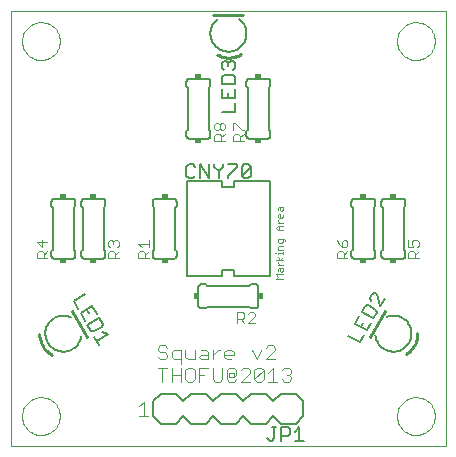
<source format=gto>
G75*
%MOIN*%
%OFA0B0*%
%FSLAX24Y24*%
%IPPOS*%
%LPD*%
%AMOC8*
5,1,8,0,0,1.08239X$1,22.5*
%
%ADD10C,0.0000*%
%ADD11C,0.0040*%
%ADD12C,0.0100*%
%ADD13C,0.0060*%
%ADD14C,0.0050*%
%ADD15R,0.0200X0.0150*%
%ADD16R,0.0150X0.0200*%
%ADD17C,0.0020*%
%ADD18C,0.0080*%
D10*
X000100Y000112D02*
X000100Y014608D01*
X000100Y014612D01*
X000100Y014608D02*
X014595Y014608D01*
X014595Y000112D01*
X000100Y000112D01*
X000470Y001112D02*
X000472Y001162D01*
X000478Y001212D01*
X000488Y001261D01*
X000502Y001309D01*
X000519Y001356D01*
X000540Y001401D01*
X000565Y001445D01*
X000593Y001486D01*
X000625Y001525D01*
X000659Y001562D01*
X000696Y001596D01*
X000736Y001626D01*
X000778Y001653D01*
X000822Y001677D01*
X000868Y001698D01*
X000915Y001714D01*
X000963Y001727D01*
X001013Y001736D01*
X001062Y001741D01*
X001113Y001742D01*
X001163Y001739D01*
X001212Y001732D01*
X001261Y001721D01*
X001309Y001706D01*
X001355Y001688D01*
X001400Y001666D01*
X001443Y001640D01*
X001484Y001611D01*
X001523Y001579D01*
X001559Y001544D01*
X001591Y001506D01*
X001621Y001466D01*
X001648Y001423D01*
X001671Y001379D01*
X001690Y001333D01*
X001706Y001285D01*
X001718Y001236D01*
X001726Y001187D01*
X001730Y001137D01*
X001730Y001087D01*
X001726Y001037D01*
X001718Y000988D01*
X001706Y000939D01*
X001690Y000891D01*
X001671Y000845D01*
X001648Y000801D01*
X001621Y000758D01*
X001591Y000718D01*
X001559Y000680D01*
X001523Y000645D01*
X001484Y000613D01*
X001443Y000584D01*
X001400Y000558D01*
X001355Y000536D01*
X001309Y000518D01*
X001261Y000503D01*
X001212Y000492D01*
X001163Y000485D01*
X001113Y000482D01*
X001062Y000483D01*
X001013Y000488D01*
X000963Y000497D01*
X000915Y000510D01*
X000868Y000526D01*
X000822Y000547D01*
X000778Y000571D01*
X000736Y000598D01*
X000696Y000628D01*
X000659Y000662D01*
X000625Y000699D01*
X000593Y000738D01*
X000565Y000779D01*
X000540Y000823D01*
X000519Y000868D01*
X000502Y000915D01*
X000488Y000963D01*
X000478Y001012D01*
X000472Y001062D01*
X000470Y001112D01*
X000470Y013612D02*
X000472Y013662D01*
X000478Y013712D01*
X000488Y013761D01*
X000502Y013809D01*
X000519Y013856D01*
X000540Y013901D01*
X000565Y013945D01*
X000593Y013986D01*
X000625Y014025D01*
X000659Y014062D01*
X000696Y014096D01*
X000736Y014126D01*
X000778Y014153D01*
X000822Y014177D01*
X000868Y014198D01*
X000915Y014214D01*
X000963Y014227D01*
X001013Y014236D01*
X001062Y014241D01*
X001113Y014242D01*
X001163Y014239D01*
X001212Y014232D01*
X001261Y014221D01*
X001309Y014206D01*
X001355Y014188D01*
X001400Y014166D01*
X001443Y014140D01*
X001484Y014111D01*
X001523Y014079D01*
X001559Y014044D01*
X001591Y014006D01*
X001621Y013966D01*
X001648Y013923D01*
X001671Y013879D01*
X001690Y013833D01*
X001706Y013785D01*
X001718Y013736D01*
X001726Y013687D01*
X001730Y013637D01*
X001730Y013587D01*
X001726Y013537D01*
X001718Y013488D01*
X001706Y013439D01*
X001690Y013391D01*
X001671Y013345D01*
X001648Y013301D01*
X001621Y013258D01*
X001591Y013218D01*
X001559Y013180D01*
X001523Y013145D01*
X001484Y013113D01*
X001443Y013084D01*
X001400Y013058D01*
X001355Y013036D01*
X001309Y013018D01*
X001261Y013003D01*
X001212Y012992D01*
X001163Y012985D01*
X001113Y012982D01*
X001062Y012983D01*
X001013Y012988D01*
X000963Y012997D01*
X000915Y013010D01*
X000868Y013026D01*
X000822Y013047D01*
X000778Y013071D01*
X000736Y013098D01*
X000696Y013128D01*
X000659Y013162D01*
X000625Y013199D01*
X000593Y013238D01*
X000565Y013279D01*
X000540Y013323D01*
X000519Y013368D01*
X000502Y013415D01*
X000488Y013463D01*
X000478Y013512D01*
X000472Y013562D01*
X000470Y013612D01*
X012970Y013612D02*
X012972Y013662D01*
X012978Y013712D01*
X012988Y013761D01*
X013002Y013809D01*
X013019Y013856D01*
X013040Y013901D01*
X013065Y013945D01*
X013093Y013986D01*
X013125Y014025D01*
X013159Y014062D01*
X013196Y014096D01*
X013236Y014126D01*
X013278Y014153D01*
X013322Y014177D01*
X013368Y014198D01*
X013415Y014214D01*
X013463Y014227D01*
X013513Y014236D01*
X013562Y014241D01*
X013613Y014242D01*
X013663Y014239D01*
X013712Y014232D01*
X013761Y014221D01*
X013809Y014206D01*
X013855Y014188D01*
X013900Y014166D01*
X013943Y014140D01*
X013984Y014111D01*
X014023Y014079D01*
X014059Y014044D01*
X014091Y014006D01*
X014121Y013966D01*
X014148Y013923D01*
X014171Y013879D01*
X014190Y013833D01*
X014206Y013785D01*
X014218Y013736D01*
X014226Y013687D01*
X014230Y013637D01*
X014230Y013587D01*
X014226Y013537D01*
X014218Y013488D01*
X014206Y013439D01*
X014190Y013391D01*
X014171Y013345D01*
X014148Y013301D01*
X014121Y013258D01*
X014091Y013218D01*
X014059Y013180D01*
X014023Y013145D01*
X013984Y013113D01*
X013943Y013084D01*
X013900Y013058D01*
X013855Y013036D01*
X013809Y013018D01*
X013761Y013003D01*
X013712Y012992D01*
X013663Y012985D01*
X013613Y012982D01*
X013562Y012983D01*
X013513Y012988D01*
X013463Y012997D01*
X013415Y013010D01*
X013368Y013026D01*
X013322Y013047D01*
X013278Y013071D01*
X013236Y013098D01*
X013196Y013128D01*
X013159Y013162D01*
X013125Y013199D01*
X013093Y013238D01*
X013065Y013279D01*
X013040Y013323D01*
X013019Y013368D01*
X013002Y013415D01*
X012988Y013463D01*
X012978Y013512D01*
X012972Y013562D01*
X012970Y013612D01*
X012970Y001112D02*
X012972Y001162D01*
X012978Y001212D01*
X012988Y001261D01*
X013002Y001309D01*
X013019Y001356D01*
X013040Y001401D01*
X013065Y001445D01*
X013093Y001486D01*
X013125Y001525D01*
X013159Y001562D01*
X013196Y001596D01*
X013236Y001626D01*
X013278Y001653D01*
X013322Y001677D01*
X013368Y001698D01*
X013415Y001714D01*
X013463Y001727D01*
X013513Y001736D01*
X013562Y001741D01*
X013613Y001742D01*
X013663Y001739D01*
X013712Y001732D01*
X013761Y001721D01*
X013809Y001706D01*
X013855Y001688D01*
X013900Y001666D01*
X013943Y001640D01*
X013984Y001611D01*
X014023Y001579D01*
X014059Y001544D01*
X014091Y001506D01*
X014121Y001466D01*
X014148Y001423D01*
X014171Y001379D01*
X014190Y001333D01*
X014206Y001285D01*
X014218Y001236D01*
X014226Y001187D01*
X014230Y001137D01*
X014230Y001087D01*
X014226Y001037D01*
X014218Y000988D01*
X014206Y000939D01*
X014190Y000891D01*
X014171Y000845D01*
X014148Y000801D01*
X014121Y000758D01*
X014091Y000718D01*
X014059Y000680D01*
X014023Y000645D01*
X013984Y000613D01*
X013943Y000584D01*
X013900Y000558D01*
X013855Y000536D01*
X013809Y000518D01*
X013761Y000503D01*
X013712Y000492D01*
X013663Y000485D01*
X013613Y000482D01*
X013562Y000483D01*
X013513Y000488D01*
X013463Y000497D01*
X013415Y000510D01*
X013368Y000526D01*
X013322Y000547D01*
X013278Y000571D01*
X013236Y000598D01*
X013196Y000628D01*
X013159Y000662D01*
X013125Y000699D01*
X013093Y000738D01*
X013065Y000779D01*
X013040Y000823D01*
X013019Y000868D01*
X013002Y000915D01*
X012988Y000963D01*
X012978Y001012D01*
X012972Y001062D01*
X012970Y001112D01*
D11*
X009445Y002333D02*
X009369Y002257D01*
X009215Y002257D01*
X009139Y002333D01*
X008985Y002257D02*
X008678Y002257D01*
X008832Y002257D02*
X008832Y002717D01*
X008678Y002564D01*
X008525Y002640D02*
X008218Y002333D01*
X008294Y002257D01*
X008448Y002257D01*
X008525Y002333D01*
X008525Y002640D01*
X008448Y002717D01*
X008294Y002717D01*
X008218Y002640D01*
X008218Y002333D01*
X008064Y002257D02*
X007757Y002257D01*
X008064Y002564D01*
X008064Y002640D01*
X007988Y002717D01*
X007834Y002717D01*
X007757Y002640D01*
X007604Y002640D02*
X007604Y002487D01*
X007527Y002410D01*
X007527Y002564D01*
X007374Y002564D01*
X007374Y002410D01*
X007527Y002410D01*
X007604Y002333D02*
X007527Y002257D01*
X007374Y002257D01*
X007297Y002333D01*
X007297Y002640D01*
X007374Y002717D01*
X007527Y002717D01*
X007604Y002640D01*
X007450Y003007D02*
X007297Y003007D01*
X007220Y003083D01*
X007220Y003237D01*
X007297Y003314D01*
X007450Y003314D01*
X007527Y003237D01*
X007527Y003160D01*
X007220Y003160D01*
X007067Y003314D02*
X006990Y003314D01*
X006837Y003160D01*
X006837Y003007D02*
X006837Y003314D01*
X006683Y003237D02*
X006683Y003007D01*
X006453Y003007D01*
X006376Y003083D01*
X006453Y003160D01*
X006683Y003160D01*
X006683Y003237D02*
X006606Y003314D01*
X006453Y003314D01*
X006223Y003314D02*
X006223Y003007D01*
X005993Y003007D01*
X005916Y003083D01*
X005916Y003314D01*
X005762Y003314D02*
X005532Y003314D01*
X005455Y003237D01*
X005455Y003083D01*
X005532Y003007D01*
X005762Y003007D01*
X005762Y002853D02*
X005762Y003314D01*
X005302Y003390D02*
X005225Y003467D01*
X005072Y003467D01*
X004995Y003390D01*
X004995Y003314D01*
X005072Y003237D01*
X005225Y003237D01*
X005302Y003160D01*
X005302Y003083D01*
X005225Y003007D01*
X005072Y003007D01*
X004995Y003083D01*
X004995Y002717D02*
X005302Y002717D01*
X005455Y002717D02*
X005455Y002257D01*
X005455Y002487D02*
X005762Y002487D01*
X005916Y002640D02*
X005916Y002333D01*
X005993Y002257D01*
X006146Y002257D01*
X006223Y002333D01*
X006223Y002640D01*
X006146Y002717D01*
X005993Y002717D01*
X005916Y002640D01*
X005762Y002717D02*
X005762Y002257D01*
X005148Y002257D02*
X005148Y002717D01*
X006376Y002717D02*
X006376Y002257D01*
X006376Y002487D02*
X006530Y002487D01*
X006376Y002717D02*
X006683Y002717D01*
X006837Y002717D02*
X006837Y002333D01*
X006913Y002257D01*
X007067Y002257D01*
X007143Y002333D01*
X007143Y002717D01*
X008141Y003314D02*
X008294Y003007D01*
X008448Y003314D01*
X008601Y003390D02*
X008678Y003467D01*
X008832Y003467D01*
X008908Y003390D01*
X008908Y003314D01*
X008601Y003007D01*
X008908Y003007D01*
X009215Y002717D02*
X009369Y002717D01*
X009445Y002640D01*
X009445Y002564D01*
X009369Y002487D01*
X009445Y002410D01*
X009445Y002333D01*
X009369Y002487D02*
X009292Y002487D01*
X009139Y002640D02*
X009215Y002717D01*
X008244Y004232D02*
X008011Y004232D01*
X008244Y004465D01*
X008244Y004524D01*
X008186Y004582D01*
X008069Y004582D01*
X008011Y004524D01*
X007885Y004524D02*
X007885Y004407D01*
X007827Y004348D01*
X007652Y004348D01*
X007652Y004232D02*
X007652Y004582D01*
X007827Y004582D01*
X007885Y004524D01*
X007769Y004348D02*
X007885Y004232D01*
X010970Y006382D02*
X010970Y006557D01*
X011028Y006615D01*
X011145Y006615D01*
X011203Y006557D01*
X011203Y006382D01*
X011203Y006498D02*
X011320Y006615D01*
X011262Y006741D02*
X011320Y006799D01*
X011320Y006916D01*
X011262Y006974D01*
X011203Y006974D01*
X011145Y006916D01*
X011145Y006741D01*
X011262Y006741D01*
X011145Y006741D02*
X011028Y006858D01*
X010970Y006974D01*
X010970Y006382D02*
X011320Y006382D01*
X013345Y006382D02*
X013345Y006557D01*
X013403Y006615D01*
X013520Y006615D01*
X013578Y006557D01*
X013578Y006382D01*
X013578Y006498D02*
X013695Y006615D01*
X013637Y006741D02*
X013695Y006799D01*
X013695Y006916D01*
X013637Y006974D01*
X013520Y006974D01*
X013461Y006916D01*
X013461Y006858D01*
X013520Y006741D01*
X013345Y006741D01*
X013345Y006974D01*
X013345Y006382D02*
X013695Y006382D01*
X007855Y010288D02*
X007505Y010288D01*
X007505Y010464D01*
X007563Y010522D01*
X007680Y010522D01*
X007738Y010464D01*
X007738Y010288D01*
X007738Y010405D02*
X007855Y010522D01*
X007855Y010648D02*
X007797Y010648D01*
X007563Y010881D01*
X007505Y010881D01*
X007505Y010648D01*
X007230Y010706D02*
X007172Y010648D01*
X007113Y010648D01*
X007055Y010706D01*
X007055Y010823D01*
X007113Y010881D01*
X007172Y010881D01*
X007230Y010823D01*
X007230Y010706D01*
X007055Y010706D02*
X006996Y010648D01*
X006938Y010648D01*
X006880Y010706D01*
X006880Y010823D01*
X006938Y010881D01*
X006996Y010881D01*
X007055Y010823D01*
X007055Y010522D02*
X006938Y010522D01*
X006880Y010464D01*
X006880Y010288D01*
X007230Y010288D01*
X007113Y010288D02*
X007113Y010464D01*
X007055Y010522D01*
X007113Y010405D02*
X007230Y010522D01*
X004695Y006974D02*
X004695Y006741D01*
X004695Y006858D02*
X004345Y006858D01*
X004461Y006741D01*
X004403Y006615D02*
X004520Y006615D01*
X004578Y006557D01*
X004578Y006382D01*
X004578Y006498D02*
X004695Y006615D01*
X004695Y006382D02*
X004345Y006382D01*
X004345Y006557D01*
X004403Y006615D01*
X003695Y006615D02*
X003578Y006498D01*
X003578Y006557D02*
X003578Y006382D01*
X003695Y006382D02*
X003345Y006382D01*
X003345Y006557D01*
X003403Y006615D01*
X003520Y006615D01*
X003578Y006557D01*
X003637Y006741D02*
X003695Y006799D01*
X003695Y006916D01*
X003637Y006974D01*
X003578Y006974D01*
X003520Y006916D01*
X003520Y006858D01*
X003520Y006916D02*
X003461Y006974D01*
X003403Y006974D01*
X003345Y006916D01*
X003345Y006799D01*
X003403Y006741D01*
X001320Y006615D02*
X001203Y006498D01*
X001203Y006557D02*
X001203Y006382D01*
X001320Y006382D02*
X000970Y006382D01*
X000970Y006557D01*
X001028Y006615D01*
X001145Y006615D01*
X001203Y006557D01*
X001145Y006741D02*
X001145Y006974D01*
X001320Y006916D02*
X000970Y006916D01*
X001145Y006741D01*
X004523Y001592D02*
X004523Y001132D01*
X004370Y001132D02*
X004677Y001132D01*
X004370Y001439D02*
X004523Y001592D01*
D12*
X002637Y003739D02*
X002137Y004605D01*
X001050Y003838D02*
X001054Y003782D01*
X001062Y003726D01*
X001073Y003671D01*
X001089Y003617D01*
X001108Y003563D01*
X001131Y003512D01*
X001157Y003462D01*
X001186Y003415D01*
X001219Y003371D01*
X001254Y003328D01*
X001292Y003288D01*
X001333Y003251D01*
X001376Y003217D01*
X001422Y003186D01*
X001470Y003158D01*
X012063Y003739D02*
X012563Y004605D01*
X013543Y003462D02*
X013513Y003414D01*
X013480Y003369D01*
X013443Y003325D01*
X013404Y003285D01*
X013362Y003247D01*
X013317Y003213D01*
X013270Y003181D01*
X013543Y003462D02*
X013569Y003511D01*
X013591Y003561D01*
X013610Y003613D01*
X013626Y003666D01*
X013637Y003720D01*
X013645Y003774D01*
X013649Y003829D01*
X013650Y003884D01*
X007769Y013181D02*
X007721Y013153D01*
X007672Y013129D01*
X007620Y013109D01*
X007568Y013092D01*
X007514Y013079D01*
X007460Y013070D01*
X007405Y013064D01*
X007350Y013062D01*
X007294Y013064D01*
X007237Y013070D01*
X007182Y013080D01*
X007127Y013094D01*
X007074Y013111D01*
X007021Y013133D01*
X006971Y013158D01*
X006850Y014482D02*
X007850Y014482D01*
D13*
X007718Y014336D02*
X007753Y014306D01*
X007786Y014275D01*
X007816Y014240D01*
X007843Y014204D01*
X007867Y014166D01*
X007889Y014126D01*
X007907Y014084D01*
X007923Y014041D01*
X007935Y013997D01*
X007943Y013953D01*
X007948Y013907D01*
X007950Y013862D01*
X007749Y013414D02*
X007711Y013383D01*
X007671Y013355D01*
X007629Y013331D01*
X007586Y013310D01*
X007540Y013293D01*
X007494Y013280D01*
X007446Y013270D01*
X007398Y013264D01*
X007350Y013262D01*
X007304Y013264D01*
X007258Y013269D01*
X007212Y013278D01*
X007168Y013290D01*
X007124Y013306D01*
X007082Y013325D01*
X007041Y013347D01*
X007003Y013373D01*
X006966Y013401D01*
X006750Y013862D02*
X006752Y013909D01*
X006758Y013957D01*
X006767Y014003D01*
X006780Y014049D01*
X006796Y014093D01*
X006817Y014137D01*
X006840Y014178D01*
X006866Y014217D01*
X006896Y014254D01*
X006929Y014289D01*
X006964Y014321D01*
X007001Y014350D01*
X006750Y013862D02*
X006752Y013816D01*
X006757Y013770D01*
X006766Y013724D01*
X006778Y013679D01*
X006794Y013636D01*
X006813Y013594D01*
X006836Y013553D01*
X006861Y013514D01*
X006889Y013478D01*
X006920Y013443D01*
X006954Y013411D01*
X006990Y013382D01*
X007718Y013388D02*
X007753Y013418D01*
X007786Y013449D01*
X007816Y013484D01*
X007843Y013520D01*
X007867Y013558D01*
X007889Y013598D01*
X007907Y013640D01*
X007923Y013683D01*
X007935Y013727D01*
X007943Y013771D01*
X007948Y013817D01*
X007950Y013862D01*
X008050Y012362D02*
X008650Y012362D01*
X008667Y012360D01*
X008684Y012356D01*
X008700Y012349D01*
X008714Y012339D01*
X008727Y012326D01*
X008737Y012312D01*
X008744Y012296D01*
X008748Y012279D01*
X008750Y012262D01*
X008750Y012112D01*
X008700Y012062D01*
X008700Y010662D01*
X008750Y010612D01*
X008750Y010462D01*
X008748Y010445D01*
X008744Y010428D01*
X008737Y010412D01*
X008727Y010398D01*
X008714Y010385D01*
X008700Y010375D01*
X008684Y010368D01*
X008667Y010364D01*
X008650Y010362D01*
X008050Y010362D01*
X008033Y010364D01*
X008016Y010368D01*
X008000Y010375D01*
X007986Y010385D01*
X007973Y010398D01*
X007963Y010412D01*
X007956Y010428D01*
X007952Y010445D01*
X007950Y010462D01*
X007950Y010612D01*
X008000Y010662D01*
X008000Y012062D01*
X007950Y012112D01*
X007950Y012262D01*
X007952Y012279D01*
X007956Y012296D01*
X007963Y012312D01*
X007973Y012326D01*
X007986Y012339D01*
X008000Y012349D01*
X008016Y012356D01*
X008033Y012360D01*
X008050Y012362D01*
X006750Y012262D02*
X006750Y012112D01*
X006700Y012062D01*
X006700Y010662D01*
X006750Y010612D01*
X006750Y010462D01*
X006748Y010445D01*
X006744Y010428D01*
X006737Y010412D01*
X006727Y010398D01*
X006714Y010385D01*
X006700Y010375D01*
X006684Y010368D01*
X006667Y010364D01*
X006650Y010362D01*
X006050Y010362D01*
X006033Y010364D01*
X006016Y010368D01*
X006000Y010375D01*
X005986Y010385D01*
X005973Y010398D01*
X005963Y010412D01*
X005956Y010428D01*
X005952Y010445D01*
X005950Y010462D01*
X005950Y010612D01*
X006000Y010662D01*
X006000Y012062D01*
X005950Y012112D01*
X005950Y012262D01*
X005952Y012279D01*
X005956Y012296D01*
X005963Y012312D01*
X005973Y012326D01*
X005986Y012339D01*
X006000Y012349D01*
X006016Y012356D01*
X006033Y012360D01*
X006050Y012362D01*
X006650Y012362D01*
X006667Y012360D01*
X006684Y012356D01*
X006700Y012349D01*
X006714Y012339D01*
X006727Y012326D01*
X006737Y012312D01*
X006744Y012296D01*
X006748Y012279D01*
X006750Y012262D01*
X005956Y008930D02*
X005956Y005818D01*
X006350Y005412D02*
X006350Y004812D01*
X006352Y004795D01*
X006356Y004778D01*
X006363Y004762D01*
X006373Y004748D01*
X006386Y004735D01*
X006400Y004725D01*
X006416Y004718D01*
X006433Y004714D01*
X006450Y004712D01*
X006600Y004712D01*
X006650Y004762D01*
X008050Y004762D01*
X008100Y004712D01*
X008250Y004712D01*
X008267Y004714D01*
X008284Y004718D01*
X008300Y004725D01*
X008314Y004735D01*
X008327Y004748D01*
X008337Y004762D01*
X008344Y004778D01*
X008348Y004795D01*
X008350Y004812D01*
X008350Y005412D01*
X008348Y005429D01*
X008344Y005446D01*
X008337Y005462D01*
X008327Y005476D01*
X008314Y005489D01*
X008300Y005499D01*
X008284Y005506D01*
X008267Y005510D01*
X008250Y005512D01*
X008100Y005512D01*
X008050Y005462D01*
X006650Y005462D01*
X006600Y005512D01*
X006450Y005512D01*
X006433Y005510D01*
X006416Y005506D01*
X006400Y005499D01*
X006386Y005489D01*
X006373Y005476D01*
X006363Y005462D01*
X006356Y005446D01*
X006352Y005429D01*
X006350Y005412D01*
X005525Y006362D02*
X004925Y006362D01*
X004908Y006364D01*
X004891Y006368D01*
X004875Y006375D01*
X004861Y006385D01*
X004848Y006398D01*
X004838Y006412D01*
X004831Y006428D01*
X004827Y006445D01*
X004825Y006462D01*
X004825Y006612D01*
X004875Y006662D01*
X004875Y008062D01*
X004825Y008112D01*
X004825Y008262D01*
X004827Y008279D01*
X004831Y008296D01*
X004838Y008312D01*
X004848Y008326D01*
X004861Y008339D01*
X004875Y008349D01*
X004891Y008356D01*
X004908Y008360D01*
X004925Y008362D01*
X005525Y008362D01*
X005542Y008360D01*
X005559Y008356D01*
X005575Y008349D01*
X005589Y008339D01*
X005602Y008326D01*
X005612Y008312D01*
X005619Y008296D01*
X005623Y008279D01*
X005625Y008262D01*
X005625Y008112D01*
X005575Y008062D01*
X005575Y006662D01*
X005625Y006612D01*
X005625Y006462D01*
X005623Y006445D01*
X005619Y006428D01*
X005612Y006412D01*
X005602Y006398D01*
X005589Y006385D01*
X005575Y006375D01*
X005559Y006368D01*
X005542Y006364D01*
X005525Y006362D01*
X003250Y006462D02*
X003250Y006612D01*
X003200Y006662D01*
X003200Y008062D01*
X003250Y008112D01*
X003250Y008262D01*
X003248Y008279D01*
X003244Y008296D01*
X003237Y008312D01*
X003227Y008326D01*
X003214Y008339D01*
X003200Y008349D01*
X003184Y008356D01*
X003167Y008360D01*
X003150Y008362D01*
X002550Y008362D01*
X002533Y008360D01*
X002516Y008356D01*
X002500Y008349D01*
X002486Y008339D01*
X002473Y008326D01*
X002463Y008312D01*
X002456Y008296D01*
X002452Y008279D01*
X002450Y008262D01*
X002450Y008112D01*
X002500Y008062D01*
X002500Y006662D01*
X002450Y006612D01*
X002450Y006462D01*
X002452Y006445D01*
X002456Y006428D01*
X002463Y006412D01*
X002473Y006398D01*
X002486Y006385D01*
X002500Y006375D01*
X002516Y006368D01*
X002533Y006364D01*
X002550Y006362D01*
X003150Y006362D01*
X003167Y006364D01*
X003184Y006368D01*
X003200Y006375D01*
X003214Y006385D01*
X003227Y006398D01*
X003237Y006412D01*
X003244Y006428D01*
X003248Y006445D01*
X003250Y006462D01*
X002250Y006462D02*
X002250Y006612D01*
X002200Y006662D01*
X002200Y008062D01*
X002250Y008112D01*
X002250Y008262D01*
X002248Y008279D01*
X002244Y008296D01*
X002237Y008312D01*
X002227Y008326D01*
X002214Y008339D01*
X002200Y008349D01*
X002184Y008356D01*
X002167Y008360D01*
X002150Y008362D01*
X001550Y008362D01*
X001533Y008360D01*
X001516Y008356D01*
X001500Y008349D01*
X001486Y008339D01*
X001473Y008326D01*
X001463Y008312D01*
X001456Y008296D01*
X001452Y008279D01*
X001450Y008262D01*
X001450Y008112D01*
X001500Y008062D01*
X001500Y006662D01*
X001450Y006612D01*
X001450Y006462D01*
X001452Y006445D01*
X001456Y006428D01*
X001463Y006412D01*
X001473Y006398D01*
X001486Y006385D01*
X001500Y006375D01*
X001516Y006368D01*
X001533Y006364D01*
X001550Y006362D01*
X002150Y006362D01*
X002167Y006364D01*
X002184Y006368D01*
X002200Y006375D01*
X002214Y006385D01*
X002227Y006398D01*
X002237Y006412D01*
X002244Y006428D01*
X002248Y006445D01*
X002250Y006462D01*
X001550Y004382D02*
X001511Y004357D01*
X001474Y004329D01*
X001439Y004299D01*
X001406Y004266D01*
X001376Y004230D01*
X001349Y004193D01*
X001325Y004153D01*
X001304Y004112D01*
X001287Y004069D01*
X001272Y004025D01*
X001262Y003980D01*
X001254Y003934D01*
X001259Y003964D02*
X001253Y003918D01*
X001250Y003872D01*
X001251Y003826D01*
X001256Y003780D01*
X001264Y003734D01*
X001275Y003689D01*
X001290Y003645D01*
X001309Y003603D01*
X001330Y003562D01*
X001356Y003521D01*
X001385Y003482D01*
X001417Y003446D01*
X001452Y003413D01*
X001490Y003382D01*
X001530Y003355D01*
X001572Y003330D01*
X001616Y003310D01*
X001661Y003293D01*
X001624Y003306D02*
X001667Y003291D01*
X001711Y003278D01*
X001755Y003270D01*
X001800Y003264D01*
X001846Y003262D01*
X001891Y003263D01*
X001936Y003268D01*
X001981Y003277D01*
X002025Y003288D01*
X002068Y003303D01*
X002110Y003321D01*
X002150Y003342D01*
X002188Y003367D01*
X002225Y003394D01*
X002259Y003423D01*
X002291Y003456D01*
X002321Y003490D01*
X002348Y003527D01*
X002372Y003566D01*
X002393Y003606D01*
X002411Y003648D01*
X002425Y003691D01*
X002436Y003735D01*
X002444Y003780D01*
X002098Y004408D02*
X002054Y004426D01*
X002009Y004440D01*
X001963Y004451D01*
X001916Y004458D01*
X001869Y004462D01*
X001821Y004461D01*
X001774Y004457D01*
X001727Y004449D01*
X001681Y004438D01*
X001636Y004422D01*
X001592Y004404D01*
X001550Y004382D01*
X008744Y005818D02*
X008744Y008905D01*
X011450Y008262D02*
X011450Y008112D01*
X011500Y008062D01*
X011500Y006662D01*
X011450Y006612D01*
X011450Y006462D01*
X011452Y006445D01*
X011456Y006428D01*
X011463Y006412D01*
X011473Y006398D01*
X011486Y006385D01*
X011500Y006375D01*
X011516Y006368D01*
X011533Y006364D01*
X011550Y006362D01*
X012150Y006362D01*
X012167Y006364D01*
X012184Y006368D01*
X012200Y006375D01*
X012214Y006385D01*
X012227Y006398D01*
X012237Y006412D01*
X012244Y006428D01*
X012248Y006445D01*
X012250Y006462D01*
X012250Y006612D01*
X012200Y006662D01*
X012200Y008062D01*
X012250Y008112D01*
X012250Y008262D01*
X012248Y008279D01*
X012244Y008296D01*
X012237Y008312D01*
X012227Y008326D01*
X012214Y008339D01*
X012200Y008349D01*
X012184Y008356D01*
X012167Y008360D01*
X012150Y008362D01*
X011550Y008362D01*
X011533Y008360D01*
X011516Y008356D01*
X011500Y008349D01*
X011486Y008339D01*
X011473Y008326D01*
X011463Y008312D01*
X011456Y008296D01*
X011452Y008279D01*
X011450Y008262D01*
X012450Y008262D02*
X012450Y008112D01*
X012500Y008062D01*
X012500Y006662D01*
X012450Y006612D01*
X012450Y006462D01*
X012452Y006445D01*
X012456Y006428D01*
X012463Y006412D01*
X012473Y006398D01*
X012486Y006385D01*
X012500Y006375D01*
X012516Y006368D01*
X012533Y006364D01*
X012550Y006362D01*
X013150Y006362D01*
X013167Y006364D01*
X013184Y006368D01*
X013200Y006375D01*
X013214Y006385D01*
X013227Y006398D01*
X013237Y006412D01*
X013244Y006428D01*
X013248Y006445D01*
X013250Y006462D01*
X013250Y006612D01*
X013200Y006662D01*
X013200Y008062D01*
X013250Y008112D01*
X013250Y008262D01*
X013248Y008279D01*
X013244Y008296D01*
X013237Y008312D01*
X013227Y008326D01*
X013214Y008339D01*
X013200Y008349D01*
X013184Y008356D01*
X013167Y008360D01*
X013150Y008362D01*
X012550Y008362D01*
X012533Y008360D01*
X012516Y008356D01*
X012500Y008349D01*
X012486Y008339D01*
X012473Y008326D01*
X012463Y008312D01*
X012456Y008296D01*
X012452Y008279D01*
X012450Y008262D01*
X012624Y004418D02*
X012667Y004433D01*
X012711Y004446D01*
X012755Y004454D01*
X012800Y004460D01*
X012846Y004462D01*
X012891Y004461D01*
X012936Y004456D01*
X012981Y004447D01*
X013025Y004436D01*
X013068Y004421D01*
X013110Y004403D01*
X013150Y004382D01*
X013438Y003983D02*
X013446Y003935D01*
X013449Y003887D01*
X013450Y003838D01*
X013446Y003790D01*
X013438Y003742D01*
X013426Y003695D01*
X013411Y003649D01*
X013392Y003605D01*
X013370Y003562D01*
X013345Y003523D01*
X013317Y003486D01*
X013287Y003451D01*
X013254Y003418D01*
X013218Y003388D01*
X013181Y003361D01*
X013141Y003337D01*
X013100Y003317D01*
X013057Y003299D01*
X012550Y003342D02*
X012510Y003368D01*
X012472Y003396D01*
X012436Y003428D01*
X012403Y003462D01*
X012373Y003498D01*
X012345Y003537D01*
X012321Y003578D01*
X012301Y003621D01*
X012283Y003665D01*
X012269Y003711D01*
X012259Y003757D01*
X012253Y003804D01*
X012550Y003342D02*
X012591Y003321D01*
X012634Y003302D01*
X012677Y003287D01*
X012722Y003276D01*
X012768Y003268D01*
X012814Y003263D01*
X012860Y003262D01*
X012907Y003265D01*
X012953Y003271D01*
X012998Y003281D01*
X013042Y003294D01*
X013086Y003310D01*
X013444Y003944D02*
X013436Y003989D01*
X013425Y004033D01*
X013411Y004076D01*
X013393Y004118D01*
X013372Y004158D01*
X013348Y004197D01*
X013321Y004234D01*
X013291Y004268D01*
X013259Y004301D01*
X013225Y004330D01*
X013188Y004357D01*
X013150Y004382D01*
D14*
X012415Y004766D02*
X012566Y005026D01*
X012415Y004766D02*
X012306Y005176D01*
X012241Y005214D01*
X012138Y005186D01*
X012063Y005056D01*
X012090Y004954D01*
X012010Y004815D02*
X011908Y004787D01*
X011795Y004592D01*
X012185Y004367D01*
X012298Y004562D01*
X012270Y004665D01*
X012010Y004815D01*
X011715Y004454D02*
X011565Y004194D01*
X011955Y003969D01*
X012105Y004229D01*
X011835Y004211D02*
X011760Y004081D01*
X011875Y003830D02*
X011725Y003570D01*
X011335Y003795D01*
X008728Y005787D02*
X007547Y005787D01*
X007547Y005984D01*
X007153Y005984D01*
X007153Y005787D01*
X005972Y005787D01*
X003348Y003852D02*
X002958Y003627D01*
X002883Y003757D02*
X003033Y003497D01*
X003143Y003907D02*
X003348Y003852D01*
X003128Y004083D02*
X003155Y004186D01*
X003043Y004381D01*
X002653Y004156D01*
X002765Y003961D01*
X002868Y003933D01*
X003128Y004083D01*
X002963Y004519D02*
X002812Y004779D01*
X002422Y004554D01*
X002572Y004294D01*
X002692Y004537D02*
X002617Y004667D01*
X002342Y004693D02*
X002192Y004953D01*
X002582Y005178D01*
X005972Y008936D02*
X007153Y008936D01*
X007153Y008740D01*
X007547Y008740D01*
X007547Y008936D01*
X008728Y008936D01*
X008092Y009130D02*
X008092Y009431D01*
X007792Y009130D01*
X007867Y009055D01*
X008017Y009055D01*
X008092Y009130D01*
X007792Y009130D02*
X007792Y009431D01*
X007867Y009506D01*
X008017Y009506D01*
X008092Y009431D01*
X007631Y009431D02*
X007331Y009130D01*
X007331Y009055D01*
X007021Y009055D02*
X007021Y009281D01*
X007171Y009431D01*
X007171Y009506D01*
X007331Y009506D02*
X007631Y009506D01*
X007631Y009431D01*
X007021Y009281D02*
X006871Y009431D01*
X006871Y009506D01*
X006711Y009506D02*
X006711Y009055D01*
X006410Y009506D01*
X006410Y009055D01*
X006250Y009130D02*
X006175Y009055D01*
X006025Y009055D01*
X005950Y009130D01*
X005950Y009431D01*
X006025Y009506D01*
X006175Y009506D01*
X006250Y009431D01*
X007125Y011262D02*
X007575Y011262D01*
X007575Y011562D01*
X007575Y011722D02*
X007575Y012022D01*
X007575Y012182D02*
X007575Y012408D01*
X007500Y012483D01*
X007200Y012483D01*
X007125Y012408D01*
X007125Y012182D01*
X007575Y012182D01*
X007350Y011872D02*
X007350Y011722D01*
X007125Y011722D02*
X007575Y011722D01*
X007125Y011722D02*
X007125Y012022D01*
X007200Y012643D02*
X007125Y012718D01*
X007125Y012868D01*
X007200Y012943D01*
X007275Y012943D01*
X007350Y012868D01*
X007425Y012943D01*
X007500Y012943D01*
X007575Y012868D01*
X007575Y012718D01*
X007500Y012643D01*
X007350Y012793D02*
X007350Y012868D01*
X008799Y000742D02*
X008949Y000742D01*
X008874Y000742D02*
X008874Y000367D01*
X008799Y000292D01*
X008724Y000292D01*
X008649Y000367D01*
X009109Y000442D02*
X009334Y000442D01*
X009409Y000517D01*
X009409Y000667D01*
X009334Y000742D01*
X009109Y000742D01*
X009109Y000292D01*
X009570Y000292D02*
X009870Y000292D01*
X009720Y000292D02*
X009720Y000742D01*
X009570Y000592D01*
D15*
X011850Y006287D03*
X012850Y006287D03*
X012850Y008437D03*
X011850Y008437D03*
X008350Y010287D03*
X006350Y010287D03*
X005225Y008437D03*
X005225Y006287D03*
X002850Y006287D03*
X001850Y006287D03*
X001850Y008437D03*
X002850Y008437D03*
X006350Y012437D03*
X008350Y012437D03*
D16*
X008425Y005112D03*
X006275Y005112D03*
D17*
X008935Y005691D02*
X009008Y005765D01*
X008935Y005838D01*
X009155Y005838D01*
X009118Y005912D02*
X009081Y005949D01*
X009081Y006059D01*
X009045Y006059D02*
X009155Y006059D01*
X009155Y005949D01*
X009118Y005912D01*
X009008Y005949D02*
X009008Y006022D01*
X009045Y006059D01*
X009081Y006133D02*
X009008Y006207D01*
X009008Y006243D01*
X008935Y006317D02*
X009155Y006317D01*
X009081Y006317D02*
X009008Y006428D01*
X009008Y006502D02*
X009008Y006538D01*
X009155Y006538D01*
X009155Y006502D02*
X009155Y006575D01*
X009155Y006649D02*
X009008Y006649D01*
X009008Y006759D01*
X009045Y006796D01*
X009155Y006796D01*
X009118Y006870D02*
X009155Y006907D01*
X009155Y007017D01*
X009192Y007017D02*
X009008Y007017D01*
X009008Y006907D01*
X009045Y006870D01*
X009118Y006870D01*
X009228Y006943D02*
X009228Y006980D01*
X009192Y007017D01*
X009155Y007312D02*
X009008Y007312D01*
X008935Y007385D01*
X009008Y007459D01*
X009155Y007459D01*
X009155Y007533D02*
X009008Y007533D01*
X009008Y007606D02*
X009008Y007643D01*
X009008Y007606D02*
X009081Y007533D01*
X009045Y007459D02*
X009045Y007312D01*
X009045Y007717D02*
X009008Y007754D01*
X009008Y007827D01*
X009045Y007864D01*
X009081Y007864D01*
X009081Y007717D01*
X009045Y007717D02*
X009118Y007717D01*
X009155Y007754D01*
X009155Y007827D01*
X009118Y007938D02*
X009081Y007975D01*
X009081Y008085D01*
X009045Y008085D02*
X009155Y008085D01*
X009155Y007975D01*
X009118Y007938D01*
X009008Y007975D02*
X009008Y008048D01*
X009045Y008085D01*
X008935Y006538D02*
X008898Y006538D01*
X009155Y006428D02*
X009081Y006317D01*
X009008Y006133D02*
X009155Y006133D01*
X009155Y005691D02*
X008935Y005691D01*
D18*
X009100Y001862D02*
X009600Y001862D01*
X009850Y001612D01*
X009850Y001112D01*
X009600Y000862D01*
X009100Y000862D01*
X008850Y001112D01*
X008600Y000862D01*
X008100Y000862D01*
X007850Y001112D01*
X007600Y000862D01*
X007100Y000862D01*
X006850Y001112D01*
X006600Y000862D01*
X006100Y000862D01*
X005850Y001112D01*
X005600Y000862D01*
X005100Y000862D01*
X004850Y001112D01*
X004850Y001612D01*
X005100Y001862D01*
X005600Y001862D01*
X005850Y001612D01*
X006100Y001862D01*
X006600Y001862D01*
X006850Y001612D01*
X007100Y001862D01*
X007600Y001862D01*
X007850Y001612D01*
X008100Y001862D01*
X008600Y001862D01*
X008850Y001612D01*
X009100Y001862D01*
M02*

</source>
